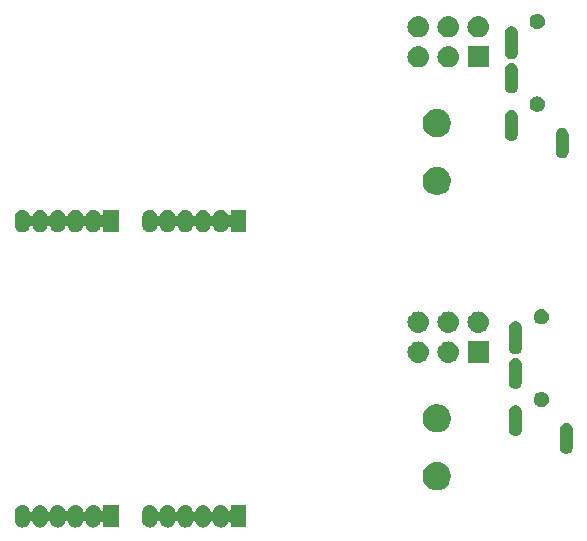
<source format=gbr>
G04 #@! TF.GenerationSoftware,KiCad,Pcbnew,(5.0.2)-1*
G04 #@! TF.CreationDate,2020-05-18T12:22:33+09:00*
G04 #@! TF.ProjectId,controller,636f6e74-726f-46c6-9c65-722e6b696361,rev?*
G04 #@! TF.SameCoordinates,Original*
G04 #@! TF.FileFunction,Soldermask,Top*
G04 #@! TF.FilePolarity,Negative*
%FSLAX46Y46*%
G04 Gerber Fmt 4.6, Leading zero omitted, Abs format (unit mm)*
G04 Created by KiCad (PCBNEW (5.0.2)-1) date 2020/05/18 12:22:33*
%MOMM*%
%LPD*%
G01*
G04 APERTURE LIST*
%ADD10C,0.100000*%
G04 APERTURE END LIST*
D10*
G36*
X69427618Y-92458420D02*
X69509427Y-92483237D01*
X69550333Y-92495645D01*
X69650491Y-92549181D01*
X69663426Y-92556095D01*
X69762553Y-92637447D01*
X69843905Y-92736574D01*
X69843906Y-92736576D01*
X69904355Y-92849667D01*
X69904382Y-92849757D01*
X69913760Y-92872396D01*
X69927374Y-92892771D01*
X69944701Y-92910098D01*
X69965075Y-92923712D01*
X69987714Y-92933089D01*
X70011748Y-92937870D01*
X70036252Y-92937870D01*
X70060285Y-92933090D01*
X70082924Y-92923712D01*
X70103299Y-92910098D01*
X70120626Y-92892771D01*
X70134240Y-92872397D01*
X70143617Y-92849758D01*
X70148398Y-92825724D01*
X70149000Y-92813472D01*
X70149000Y-92449000D01*
X71451000Y-92449000D01*
X71451000Y-94351000D01*
X70149000Y-94351000D01*
X70149000Y-93986528D01*
X70146598Y-93962142D01*
X70139485Y-93938693D01*
X70127934Y-93917082D01*
X70112388Y-93898140D01*
X70093446Y-93882594D01*
X70071835Y-93871043D01*
X70048386Y-93863930D01*
X70024000Y-93861528D01*
X69999614Y-93863930D01*
X69976165Y-93871043D01*
X69954554Y-93882594D01*
X69935612Y-93898140D01*
X69920066Y-93917082D01*
X69908515Y-93938693D01*
X69904382Y-93950243D01*
X69904355Y-93950333D01*
X69885008Y-93986528D01*
X69843905Y-94063426D01*
X69762553Y-94162553D01*
X69663425Y-94243905D01*
X69610782Y-94272043D01*
X69550332Y-94304355D01*
X69509426Y-94316763D01*
X69427617Y-94341580D01*
X69300000Y-94354149D01*
X69172382Y-94341580D01*
X69090573Y-94316763D01*
X69049667Y-94304355D01*
X68936576Y-94243906D01*
X68936574Y-94243905D01*
X68837447Y-94162553D01*
X68756095Y-94063425D01*
X68727957Y-94010782D01*
X68695645Y-93950332D01*
X68669618Y-93864531D01*
X68660240Y-93841892D01*
X68646626Y-93821517D01*
X68629299Y-93804190D01*
X68608925Y-93790576D01*
X68586286Y-93781199D01*
X68562252Y-93776418D01*
X68537748Y-93776418D01*
X68513715Y-93781198D01*
X68491076Y-93790576D01*
X68470701Y-93804190D01*
X68453374Y-93821517D01*
X68439760Y-93841891D01*
X68430384Y-93864526D01*
X68428407Y-93871043D01*
X68404355Y-93950333D01*
X68385008Y-93986528D01*
X68343905Y-94063426D01*
X68262553Y-94162553D01*
X68163425Y-94243905D01*
X68110782Y-94272043D01*
X68050332Y-94304355D01*
X68009426Y-94316763D01*
X67927617Y-94341580D01*
X67800000Y-94354149D01*
X67672382Y-94341580D01*
X67590573Y-94316763D01*
X67549667Y-94304355D01*
X67436576Y-94243906D01*
X67436574Y-94243905D01*
X67337447Y-94162553D01*
X67256095Y-94063425D01*
X67227957Y-94010782D01*
X67195645Y-93950332D01*
X67169618Y-93864531D01*
X67160240Y-93841892D01*
X67146626Y-93821517D01*
X67129299Y-93804190D01*
X67108925Y-93790576D01*
X67086286Y-93781199D01*
X67062252Y-93776418D01*
X67037748Y-93776418D01*
X67013715Y-93781198D01*
X66991076Y-93790576D01*
X66970701Y-93804190D01*
X66953374Y-93821517D01*
X66939760Y-93841891D01*
X66930384Y-93864526D01*
X66928407Y-93871043D01*
X66904355Y-93950333D01*
X66885008Y-93986528D01*
X66843905Y-94063426D01*
X66762553Y-94162553D01*
X66663425Y-94243905D01*
X66610782Y-94272043D01*
X66550332Y-94304355D01*
X66509426Y-94316763D01*
X66427617Y-94341580D01*
X66300000Y-94354149D01*
X66172382Y-94341580D01*
X66090573Y-94316763D01*
X66049667Y-94304355D01*
X65936576Y-94243906D01*
X65936574Y-94243905D01*
X65837447Y-94162553D01*
X65756095Y-94063425D01*
X65727957Y-94010782D01*
X65695645Y-93950332D01*
X65669618Y-93864531D01*
X65660240Y-93841892D01*
X65646626Y-93821517D01*
X65629299Y-93804190D01*
X65608925Y-93790576D01*
X65586286Y-93781199D01*
X65562252Y-93776418D01*
X65537748Y-93776418D01*
X65513715Y-93781198D01*
X65491076Y-93790576D01*
X65470701Y-93804190D01*
X65453374Y-93821517D01*
X65439760Y-93841891D01*
X65430384Y-93864526D01*
X65428407Y-93871043D01*
X65404355Y-93950333D01*
X65385008Y-93986528D01*
X65343905Y-94063426D01*
X65262553Y-94162553D01*
X65163425Y-94243905D01*
X65110782Y-94272043D01*
X65050332Y-94304355D01*
X65009426Y-94316763D01*
X64927617Y-94341580D01*
X64800000Y-94354149D01*
X64672382Y-94341580D01*
X64590573Y-94316763D01*
X64549667Y-94304355D01*
X64436576Y-94243906D01*
X64436574Y-94243905D01*
X64337447Y-94162553D01*
X64256095Y-94063425D01*
X64227957Y-94010782D01*
X64195645Y-93950332D01*
X64169618Y-93864531D01*
X64160240Y-93841892D01*
X64146626Y-93821517D01*
X64129299Y-93804190D01*
X64108925Y-93790576D01*
X64086286Y-93781199D01*
X64062252Y-93776418D01*
X64037748Y-93776418D01*
X64013715Y-93781198D01*
X63991076Y-93790576D01*
X63970701Y-93804190D01*
X63953374Y-93821517D01*
X63939760Y-93841891D01*
X63930384Y-93864526D01*
X63928407Y-93871043D01*
X63904355Y-93950333D01*
X63885008Y-93986528D01*
X63843905Y-94063426D01*
X63762553Y-94162553D01*
X63663425Y-94243905D01*
X63610782Y-94272043D01*
X63550332Y-94304355D01*
X63509426Y-94316763D01*
X63427617Y-94341580D01*
X63300000Y-94354149D01*
X63172382Y-94341580D01*
X63090573Y-94316763D01*
X63049667Y-94304355D01*
X62936576Y-94243906D01*
X62936574Y-94243905D01*
X62837447Y-94162553D01*
X62756095Y-94063425D01*
X62727957Y-94010782D01*
X62695645Y-93950332D01*
X62669618Y-93864531D01*
X62658420Y-93827617D01*
X62649000Y-93731972D01*
X62649000Y-93068027D01*
X62658420Y-92972382D01*
X62688750Y-92872397D01*
X62695645Y-92849667D01*
X62756095Y-92736576D01*
X62756096Y-92736574D01*
X62837448Y-92637447D01*
X62936575Y-92556095D01*
X62949510Y-92549181D01*
X63049668Y-92495645D01*
X63090574Y-92483237D01*
X63172383Y-92458420D01*
X63300000Y-92445851D01*
X63427618Y-92458420D01*
X63509427Y-92483237D01*
X63550333Y-92495645D01*
X63650491Y-92549181D01*
X63663426Y-92556095D01*
X63762553Y-92637447D01*
X63843905Y-92736574D01*
X63843906Y-92736576D01*
X63904355Y-92849667D01*
X63911250Y-92872397D01*
X63930384Y-92935474D01*
X63939760Y-92958108D01*
X63953373Y-92978483D01*
X63970700Y-92995810D01*
X63991075Y-93009424D01*
X64013714Y-93018801D01*
X64037747Y-93023582D01*
X64062252Y-93023582D01*
X64086285Y-93018802D01*
X64108924Y-93009424D01*
X64129299Y-92995811D01*
X64146626Y-92978484D01*
X64160240Y-92958109D01*
X64169616Y-92935474D01*
X64188750Y-92872397D01*
X64195645Y-92849667D01*
X64256095Y-92736576D01*
X64256096Y-92736574D01*
X64337448Y-92637447D01*
X64436575Y-92556095D01*
X64449510Y-92549181D01*
X64549668Y-92495645D01*
X64590574Y-92483237D01*
X64672383Y-92458420D01*
X64800000Y-92445851D01*
X64927618Y-92458420D01*
X65009427Y-92483237D01*
X65050333Y-92495645D01*
X65150491Y-92549181D01*
X65163426Y-92556095D01*
X65262553Y-92637447D01*
X65343905Y-92736574D01*
X65343906Y-92736576D01*
X65404355Y-92849667D01*
X65411250Y-92872397D01*
X65430384Y-92935474D01*
X65439760Y-92958108D01*
X65453373Y-92978483D01*
X65470700Y-92995810D01*
X65491075Y-93009424D01*
X65513714Y-93018801D01*
X65537747Y-93023582D01*
X65562252Y-93023582D01*
X65586285Y-93018802D01*
X65608924Y-93009424D01*
X65629299Y-92995811D01*
X65646626Y-92978484D01*
X65660240Y-92958109D01*
X65669616Y-92935474D01*
X65688750Y-92872397D01*
X65695645Y-92849667D01*
X65756095Y-92736576D01*
X65756096Y-92736574D01*
X65837448Y-92637447D01*
X65936575Y-92556095D01*
X65949510Y-92549181D01*
X66049668Y-92495645D01*
X66090574Y-92483237D01*
X66172383Y-92458420D01*
X66300000Y-92445851D01*
X66427618Y-92458420D01*
X66509427Y-92483237D01*
X66550333Y-92495645D01*
X66650491Y-92549181D01*
X66663426Y-92556095D01*
X66762553Y-92637447D01*
X66843905Y-92736574D01*
X66843906Y-92736576D01*
X66904355Y-92849667D01*
X66911250Y-92872397D01*
X66930384Y-92935474D01*
X66939760Y-92958108D01*
X66953373Y-92978483D01*
X66970700Y-92995810D01*
X66991075Y-93009424D01*
X67013714Y-93018801D01*
X67037747Y-93023582D01*
X67062252Y-93023582D01*
X67086285Y-93018802D01*
X67108924Y-93009424D01*
X67129299Y-92995811D01*
X67146626Y-92978484D01*
X67160240Y-92958109D01*
X67169616Y-92935474D01*
X67188750Y-92872397D01*
X67195645Y-92849667D01*
X67256095Y-92736576D01*
X67256096Y-92736574D01*
X67337448Y-92637447D01*
X67436575Y-92556095D01*
X67449510Y-92549181D01*
X67549668Y-92495645D01*
X67590574Y-92483237D01*
X67672383Y-92458420D01*
X67800000Y-92445851D01*
X67927618Y-92458420D01*
X68009427Y-92483237D01*
X68050333Y-92495645D01*
X68150491Y-92549181D01*
X68163426Y-92556095D01*
X68262553Y-92637447D01*
X68343905Y-92736574D01*
X68343906Y-92736576D01*
X68404355Y-92849667D01*
X68411250Y-92872397D01*
X68430384Y-92935474D01*
X68439760Y-92958108D01*
X68453373Y-92978483D01*
X68470700Y-92995810D01*
X68491075Y-93009424D01*
X68513714Y-93018801D01*
X68537747Y-93023582D01*
X68562252Y-93023582D01*
X68586285Y-93018802D01*
X68608924Y-93009424D01*
X68629299Y-92995811D01*
X68646626Y-92978484D01*
X68660240Y-92958109D01*
X68669616Y-92935474D01*
X68688750Y-92872397D01*
X68695645Y-92849667D01*
X68756095Y-92736576D01*
X68756096Y-92736574D01*
X68837448Y-92637447D01*
X68936575Y-92556095D01*
X68949510Y-92549181D01*
X69049668Y-92495645D01*
X69090574Y-92483237D01*
X69172383Y-92458420D01*
X69300000Y-92445851D01*
X69427618Y-92458420D01*
X69427618Y-92458420D01*
G37*
G36*
X58627618Y-92458420D02*
X58709427Y-92483237D01*
X58750333Y-92495645D01*
X58850491Y-92549181D01*
X58863426Y-92556095D01*
X58962553Y-92637447D01*
X59043905Y-92736574D01*
X59043906Y-92736576D01*
X59104355Y-92849667D01*
X59104382Y-92849757D01*
X59113760Y-92872396D01*
X59127374Y-92892771D01*
X59144701Y-92910098D01*
X59165075Y-92923712D01*
X59187714Y-92933089D01*
X59211748Y-92937870D01*
X59236252Y-92937870D01*
X59260285Y-92933090D01*
X59282924Y-92923712D01*
X59303299Y-92910098D01*
X59320626Y-92892771D01*
X59334240Y-92872397D01*
X59343617Y-92849758D01*
X59348398Y-92825724D01*
X59349000Y-92813472D01*
X59349000Y-92449000D01*
X60651000Y-92449000D01*
X60651000Y-94351000D01*
X59349000Y-94351000D01*
X59349000Y-93986528D01*
X59346598Y-93962142D01*
X59339485Y-93938693D01*
X59327934Y-93917082D01*
X59312388Y-93898140D01*
X59293446Y-93882594D01*
X59271835Y-93871043D01*
X59248386Y-93863930D01*
X59224000Y-93861528D01*
X59199614Y-93863930D01*
X59176165Y-93871043D01*
X59154554Y-93882594D01*
X59135612Y-93898140D01*
X59120066Y-93917082D01*
X59108515Y-93938693D01*
X59104382Y-93950243D01*
X59104355Y-93950333D01*
X59085008Y-93986528D01*
X59043905Y-94063426D01*
X58962553Y-94162553D01*
X58863425Y-94243905D01*
X58810782Y-94272043D01*
X58750332Y-94304355D01*
X58709426Y-94316763D01*
X58627617Y-94341580D01*
X58500000Y-94354149D01*
X58372382Y-94341580D01*
X58290573Y-94316763D01*
X58249667Y-94304355D01*
X58136576Y-94243906D01*
X58136574Y-94243905D01*
X58037447Y-94162553D01*
X57956095Y-94063425D01*
X57927957Y-94010782D01*
X57895645Y-93950332D01*
X57869618Y-93864531D01*
X57860240Y-93841892D01*
X57846626Y-93821517D01*
X57829299Y-93804190D01*
X57808925Y-93790576D01*
X57786286Y-93781199D01*
X57762252Y-93776418D01*
X57737748Y-93776418D01*
X57713715Y-93781198D01*
X57691076Y-93790576D01*
X57670701Y-93804190D01*
X57653374Y-93821517D01*
X57639760Y-93841891D01*
X57630384Y-93864526D01*
X57628407Y-93871043D01*
X57604355Y-93950333D01*
X57585008Y-93986528D01*
X57543905Y-94063426D01*
X57462553Y-94162553D01*
X57363425Y-94243905D01*
X57310782Y-94272043D01*
X57250332Y-94304355D01*
X57209426Y-94316763D01*
X57127617Y-94341580D01*
X57000000Y-94354149D01*
X56872382Y-94341580D01*
X56790573Y-94316763D01*
X56749667Y-94304355D01*
X56636576Y-94243906D01*
X56636574Y-94243905D01*
X56537447Y-94162553D01*
X56456095Y-94063425D01*
X56427957Y-94010782D01*
X56395645Y-93950332D01*
X56369618Y-93864531D01*
X56360240Y-93841892D01*
X56346626Y-93821517D01*
X56329299Y-93804190D01*
X56308925Y-93790576D01*
X56286286Y-93781199D01*
X56262252Y-93776418D01*
X56237748Y-93776418D01*
X56213715Y-93781198D01*
X56191076Y-93790576D01*
X56170701Y-93804190D01*
X56153374Y-93821517D01*
X56139760Y-93841891D01*
X56130384Y-93864526D01*
X56128407Y-93871043D01*
X56104355Y-93950333D01*
X56085008Y-93986528D01*
X56043905Y-94063426D01*
X55962553Y-94162553D01*
X55863425Y-94243905D01*
X55810782Y-94272043D01*
X55750332Y-94304355D01*
X55709426Y-94316763D01*
X55627617Y-94341580D01*
X55500000Y-94354149D01*
X55372382Y-94341580D01*
X55290573Y-94316763D01*
X55249667Y-94304355D01*
X55136576Y-94243906D01*
X55136574Y-94243905D01*
X55037447Y-94162553D01*
X54956095Y-94063425D01*
X54927957Y-94010782D01*
X54895645Y-93950332D01*
X54869618Y-93864531D01*
X54860240Y-93841892D01*
X54846626Y-93821517D01*
X54829299Y-93804190D01*
X54808925Y-93790576D01*
X54786286Y-93781199D01*
X54762252Y-93776418D01*
X54737748Y-93776418D01*
X54713715Y-93781198D01*
X54691076Y-93790576D01*
X54670701Y-93804190D01*
X54653374Y-93821517D01*
X54639760Y-93841891D01*
X54630384Y-93864526D01*
X54628407Y-93871043D01*
X54604355Y-93950333D01*
X54585008Y-93986528D01*
X54543905Y-94063426D01*
X54462553Y-94162553D01*
X54363425Y-94243905D01*
X54310782Y-94272043D01*
X54250332Y-94304355D01*
X54209426Y-94316763D01*
X54127617Y-94341580D01*
X54000000Y-94354149D01*
X53872382Y-94341580D01*
X53790573Y-94316763D01*
X53749667Y-94304355D01*
X53636576Y-94243906D01*
X53636574Y-94243905D01*
X53537447Y-94162553D01*
X53456095Y-94063425D01*
X53427957Y-94010782D01*
X53395645Y-93950332D01*
X53369618Y-93864531D01*
X53360240Y-93841892D01*
X53346626Y-93821517D01*
X53329299Y-93804190D01*
X53308925Y-93790576D01*
X53286286Y-93781199D01*
X53262252Y-93776418D01*
X53237748Y-93776418D01*
X53213715Y-93781198D01*
X53191076Y-93790576D01*
X53170701Y-93804190D01*
X53153374Y-93821517D01*
X53139760Y-93841891D01*
X53130384Y-93864526D01*
X53128407Y-93871043D01*
X53104355Y-93950333D01*
X53085008Y-93986528D01*
X53043905Y-94063426D01*
X52962553Y-94162553D01*
X52863425Y-94243905D01*
X52810782Y-94272043D01*
X52750332Y-94304355D01*
X52709426Y-94316763D01*
X52627617Y-94341580D01*
X52500000Y-94354149D01*
X52372382Y-94341580D01*
X52290573Y-94316763D01*
X52249667Y-94304355D01*
X52136576Y-94243906D01*
X52136574Y-94243905D01*
X52037447Y-94162553D01*
X51956095Y-94063425D01*
X51927957Y-94010782D01*
X51895645Y-93950332D01*
X51869618Y-93864531D01*
X51858420Y-93827617D01*
X51849000Y-93731972D01*
X51849000Y-93068027D01*
X51858420Y-92972382D01*
X51888750Y-92872397D01*
X51895645Y-92849667D01*
X51956095Y-92736576D01*
X51956096Y-92736574D01*
X52037448Y-92637447D01*
X52136575Y-92556095D01*
X52149510Y-92549181D01*
X52249668Y-92495645D01*
X52290574Y-92483237D01*
X52372383Y-92458420D01*
X52500000Y-92445851D01*
X52627618Y-92458420D01*
X52709427Y-92483237D01*
X52750333Y-92495645D01*
X52850491Y-92549181D01*
X52863426Y-92556095D01*
X52962553Y-92637447D01*
X53043905Y-92736574D01*
X53043906Y-92736576D01*
X53104355Y-92849667D01*
X53111250Y-92872397D01*
X53130384Y-92935474D01*
X53139760Y-92958108D01*
X53153373Y-92978483D01*
X53170700Y-92995810D01*
X53191075Y-93009424D01*
X53213714Y-93018801D01*
X53237747Y-93023582D01*
X53262252Y-93023582D01*
X53286285Y-93018802D01*
X53308924Y-93009424D01*
X53329299Y-92995811D01*
X53346626Y-92978484D01*
X53360240Y-92958109D01*
X53369616Y-92935474D01*
X53388750Y-92872397D01*
X53395645Y-92849667D01*
X53456095Y-92736576D01*
X53456096Y-92736574D01*
X53537448Y-92637447D01*
X53636575Y-92556095D01*
X53649510Y-92549181D01*
X53749668Y-92495645D01*
X53790574Y-92483237D01*
X53872383Y-92458420D01*
X54000000Y-92445851D01*
X54127618Y-92458420D01*
X54209427Y-92483237D01*
X54250333Y-92495645D01*
X54350491Y-92549181D01*
X54363426Y-92556095D01*
X54462553Y-92637447D01*
X54543905Y-92736574D01*
X54543906Y-92736576D01*
X54604355Y-92849667D01*
X54611250Y-92872397D01*
X54630384Y-92935474D01*
X54639760Y-92958108D01*
X54653373Y-92978483D01*
X54670700Y-92995810D01*
X54691075Y-93009424D01*
X54713714Y-93018801D01*
X54737747Y-93023582D01*
X54762252Y-93023582D01*
X54786285Y-93018802D01*
X54808924Y-93009424D01*
X54829299Y-92995811D01*
X54846626Y-92978484D01*
X54860240Y-92958109D01*
X54869616Y-92935474D01*
X54888750Y-92872397D01*
X54895645Y-92849667D01*
X54956095Y-92736576D01*
X54956096Y-92736574D01*
X55037448Y-92637447D01*
X55136575Y-92556095D01*
X55149510Y-92549181D01*
X55249668Y-92495645D01*
X55290574Y-92483237D01*
X55372383Y-92458420D01*
X55500000Y-92445851D01*
X55627618Y-92458420D01*
X55709427Y-92483237D01*
X55750333Y-92495645D01*
X55850491Y-92549181D01*
X55863426Y-92556095D01*
X55962553Y-92637447D01*
X56043905Y-92736574D01*
X56043906Y-92736576D01*
X56104355Y-92849667D01*
X56111250Y-92872397D01*
X56130384Y-92935474D01*
X56139760Y-92958108D01*
X56153373Y-92978483D01*
X56170700Y-92995810D01*
X56191075Y-93009424D01*
X56213714Y-93018801D01*
X56237747Y-93023582D01*
X56262252Y-93023582D01*
X56286285Y-93018802D01*
X56308924Y-93009424D01*
X56329299Y-92995811D01*
X56346626Y-92978484D01*
X56360240Y-92958109D01*
X56369616Y-92935474D01*
X56388750Y-92872397D01*
X56395645Y-92849667D01*
X56456095Y-92736576D01*
X56456096Y-92736574D01*
X56537448Y-92637447D01*
X56636575Y-92556095D01*
X56649510Y-92549181D01*
X56749668Y-92495645D01*
X56790574Y-92483237D01*
X56872383Y-92458420D01*
X57000000Y-92445851D01*
X57127618Y-92458420D01*
X57209427Y-92483237D01*
X57250333Y-92495645D01*
X57350491Y-92549181D01*
X57363426Y-92556095D01*
X57462553Y-92637447D01*
X57543905Y-92736574D01*
X57543906Y-92736576D01*
X57604355Y-92849667D01*
X57611250Y-92872397D01*
X57630384Y-92935474D01*
X57639760Y-92958108D01*
X57653373Y-92978483D01*
X57670700Y-92995810D01*
X57691075Y-93009424D01*
X57713714Y-93018801D01*
X57737747Y-93023582D01*
X57762252Y-93023582D01*
X57786285Y-93018802D01*
X57808924Y-93009424D01*
X57829299Y-92995811D01*
X57846626Y-92978484D01*
X57860240Y-92958109D01*
X57869616Y-92935474D01*
X57888750Y-92872397D01*
X57895645Y-92849667D01*
X57956095Y-92736576D01*
X57956096Y-92736574D01*
X58037448Y-92637447D01*
X58136575Y-92556095D01*
X58149510Y-92549181D01*
X58249668Y-92495645D01*
X58290574Y-92483237D01*
X58372383Y-92458420D01*
X58500000Y-92445851D01*
X58627618Y-92458420D01*
X58627618Y-92458420D01*
G37*
G36*
X87950316Y-88845153D02*
X87950318Y-88845154D01*
X87950319Y-88845154D01*
X88031056Y-88878597D01*
X88168888Y-88935688D01*
X88267576Y-89001629D01*
X88365593Y-89067122D01*
X88532878Y-89234407D01*
X88598371Y-89332424D01*
X88664312Y-89431112D01*
X88754847Y-89649684D01*
X88801000Y-89881710D01*
X88801000Y-90118290D01*
X88754847Y-90350316D01*
X88664312Y-90568888D01*
X88598371Y-90667576D01*
X88532878Y-90765593D01*
X88365593Y-90932878D01*
X88267576Y-90998371D01*
X88168888Y-91064312D01*
X88031056Y-91121403D01*
X87950319Y-91154846D01*
X87950318Y-91154846D01*
X87950316Y-91154847D01*
X87718290Y-91201000D01*
X87481710Y-91201000D01*
X87249684Y-91154847D01*
X87249682Y-91154846D01*
X87249681Y-91154846D01*
X87168944Y-91121403D01*
X87031112Y-91064312D01*
X86932424Y-90998371D01*
X86834407Y-90932878D01*
X86667122Y-90765593D01*
X86601629Y-90667576D01*
X86535688Y-90568888D01*
X86445153Y-90350316D01*
X86399000Y-90118290D01*
X86399000Y-89881710D01*
X86445153Y-89649684D01*
X86535688Y-89431112D01*
X86601629Y-89332424D01*
X86667122Y-89234407D01*
X86834407Y-89067122D01*
X86932424Y-89001629D01*
X87031112Y-88935688D01*
X87168944Y-88878597D01*
X87249681Y-88845154D01*
X87249682Y-88845154D01*
X87249684Y-88845153D01*
X87481710Y-88799000D01*
X87718290Y-88799000D01*
X87950316Y-88845153D01*
X87950316Y-88845153D01*
G37*
G36*
X98658015Y-85506973D02*
X98761879Y-85538479D01*
X98857600Y-85589644D01*
X98941501Y-85658499D01*
X99010356Y-85742400D01*
X99061521Y-85838121D01*
X99093027Y-85941985D01*
X99101000Y-86022933D01*
X99101000Y-87577067D01*
X99093027Y-87658015D01*
X99061521Y-87761879D01*
X99010356Y-87857600D01*
X98941501Y-87941501D01*
X98857600Y-88010356D01*
X98761878Y-88061521D01*
X98658014Y-88093027D01*
X98550000Y-88103666D01*
X98441985Y-88093027D01*
X98338121Y-88061521D01*
X98242400Y-88010356D01*
X98158499Y-87941501D01*
X98089644Y-87857600D01*
X98038479Y-87761878D01*
X98006973Y-87658014D01*
X97999000Y-87577066D01*
X97999001Y-86022933D01*
X98006974Y-85941985D01*
X98038480Y-85838121D01*
X98089645Y-85742400D01*
X98158500Y-85658499D01*
X98242401Y-85589644D01*
X98338122Y-85538479D01*
X98441986Y-85506973D01*
X98550000Y-85496334D01*
X98658015Y-85506973D01*
X98658015Y-85506973D01*
G37*
G36*
X94358015Y-84006973D02*
X94461879Y-84038479D01*
X94557600Y-84089644D01*
X94641501Y-84158499D01*
X94710356Y-84242400D01*
X94761521Y-84338121D01*
X94793027Y-84441985D01*
X94801000Y-84522933D01*
X94801000Y-86077067D01*
X94793027Y-86158015D01*
X94761521Y-86261879D01*
X94710356Y-86357600D01*
X94641501Y-86441501D01*
X94557600Y-86510356D01*
X94461878Y-86561521D01*
X94358014Y-86593027D01*
X94250000Y-86603666D01*
X94141985Y-86593027D01*
X94038121Y-86561521D01*
X93942400Y-86510356D01*
X93858499Y-86441501D01*
X93789644Y-86357600D01*
X93738479Y-86261878D01*
X93706973Y-86158014D01*
X93699000Y-86077066D01*
X93699001Y-84522933D01*
X93706974Y-84441985D01*
X93738480Y-84338121D01*
X93789645Y-84242400D01*
X93858500Y-84158499D01*
X93942401Y-84089644D01*
X94038122Y-84038479D01*
X94141986Y-84006973D01*
X94250000Y-83996334D01*
X94358015Y-84006973D01*
X94358015Y-84006973D01*
G37*
G36*
X87950316Y-83945153D02*
X87950318Y-83945154D01*
X87950319Y-83945154D01*
X88031056Y-83978597D01*
X88168888Y-84035688D01*
X88249640Y-84089645D01*
X88365593Y-84167122D01*
X88532878Y-84334407D01*
X88598371Y-84432424D01*
X88664312Y-84531112D01*
X88664312Y-84531113D01*
X88754846Y-84749681D01*
X88801000Y-84981712D01*
X88801000Y-85218288D01*
X88754846Y-85450319D01*
X88731379Y-85506973D01*
X88664312Y-85668888D01*
X88598371Y-85767576D01*
X88532878Y-85865593D01*
X88365593Y-86032878D01*
X88299459Y-86077067D01*
X88168888Y-86164312D01*
X88031056Y-86221403D01*
X87950319Y-86254846D01*
X87950318Y-86254846D01*
X87950316Y-86254847D01*
X87718290Y-86301000D01*
X87481710Y-86301000D01*
X87249684Y-86254847D01*
X87249682Y-86254846D01*
X87249681Y-86254846D01*
X87168944Y-86221403D01*
X87031112Y-86164312D01*
X86900541Y-86077067D01*
X86834407Y-86032878D01*
X86667122Y-85865593D01*
X86601629Y-85767576D01*
X86535688Y-85668888D01*
X86468621Y-85506973D01*
X86445154Y-85450319D01*
X86399000Y-85218288D01*
X86399000Y-84981712D01*
X86445154Y-84749681D01*
X86535688Y-84531113D01*
X86535688Y-84531112D01*
X86601629Y-84432424D01*
X86667122Y-84334407D01*
X86834407Y-84167122D01*
X86950360Y-84089645D01*
X87031112Y-84035688D01*
X87168944Y-83978597D01*
X87249681Y-83945154D01*
X87249682Y-83945154D01*
X87249684Y-83945153D01*
X87481710Y-83899000D01*
X87718290Y-83899000D01*
X87950316Y-83945153D01*
X87950316Y-83945153D01*
G37*
G36*
X96639890Y-82874017D02*
X96758361Y-82923089D01*
X96864992Y-82994338D01*
X96955662Y-83085008D01*
X97026911Y-83191639D01*
X97075983Y-83310110D01*
X97101000Y-83435881D01*
X97101000Y-83564119D01*
X97075983Y-83689890D01*
X97026911Y-83808361D01*
X96955662Y-83914992D01*
X96864992Y-84005662D01*
X96758361Y-84076911D01*
X96639890Y-84125983D01*
X96514119Y-84151000D01*
X96385881Y-84151000D01*
X96260110Y-84125983D01*
X96141639Y-84076911D01*
X96035008Y-84005662D01*
X95944338Y-83914992D01*
X95873089Y-83808361D01*
X95824017Y-83689890D01*
X95799000Y-83564119D01*
X95799000Y-83435881D01*
X95824017Y-83310110D01*
X95873089Y-83191639D01*
X95944338Y-83085008D01*
X96035008Y-82994338D01*
X96141639Y-82923089D01*
X96260110Y-82874017D01*
X96385881Y-82849000D01*
X96514119Y-82849000D01*
X96639890Y-82874017D01*
X96639890Y-82874017D01*
G37*
G36*
X94358015Y-80006973D02*
X94461879Y-80038479D01*
X94557600Y-80089644D01*
X94641501Y-80158499D01*
X94710356Y-80242400D01*
X94761521Y-80338121D01*
X94793027Y-80441985D01*
X94801000Y-80522933D01*
X94801000Y-82077067D01*
X94793027Y-82158015D01*
X94761521Y-82261879D01*
X94710356Y-82357600D01*
X94641501Y-82441501D01*
X94557600Y-82510356D01*
X94461878Y-82561521D01*
X94358014Y-82593027D01*
X94250000Y-82603666D01*
X94141985Y-82593027D01*
X94038121Y-82561521D01*
X93942400Y-82510356D01*
X93858499Y-82441501D01*
X93789644Y-82357600D01*
X93738479Y-82261878D01*
X93706973Y-82158014D01*
X93699000Y-82077066D01*
X93699001Y-80522933D01*
X93706974Y-80441985D01*
X93738480Y-80338121D01*
X93789645Y-80242400D01*
X93858500Y-80158499D01*
X93942401Y-80089644D01*
X94038122Y-80038479D01*
X94141986Y-80006973D01*
X94250000Y-79996334D01*
X94358015Y-80006973D01*
X94358015Y-80006973D01*
G37*
G36*
X92001000Y-80401000D02*
X90199000Y-80401000D01*
X90199000Y-78599000D01*
X92001000Y-78599000D01*
X92001000Y-80401000D01*
X92001000Y-80401000D01*
G37*
G36*
X88670443Y-78605519D02*
X88736627Y-78612037D01*
X88849853Y-78646384D01*
X88906467Y-78663557D01*
X89045087Y-78737652D01*
X89062991Y-78747222D01*
X89098729Y-78776552D01*
X89200186Y-78859814D01*
X89283448Y-78961271D01*
X89312778Y-78997009D01*
X89312779Y-78997011D01*
X89396443Y-79153533D01*
X89403582Y-79177067D01*
X89447963Y-79323373D01*
X89465359Y-79500000D01*
X89447963Y-79676627D01*
X89413616Y-79789853D01*
X89396443Y-79846467D01*
X89322348Y-79985087D01*
X89312778Y-80002991D01*
X89283654Y-80038479D01*
X89200186Y-80140186D01*
X89098729Y-80223448D01*
X89062991Y-80252778D01*
X89062989Y-80252779D01*
X88906467Y-80336443D01*
X88849853Y-80353616D01*
X88736627Y-80387963D01*
X88670442Y-80394482D01*
X88604260Y-80401000D01*
X88515740Y-80401000D01*
X88449558Y-80394482D01*
X88383373Y-80387963D01*
X88270147Y-80353616D01*
X88213533Y-80336443D01*
X88057011Y-80252779D01*
X88057009Y-80252778D01*
X88021271Y-80223448D01*
X87919814Y-80140186D01*
X87836346Y-80038479D01*
X87807222Y-80002991D01*
X87797652Y-79985087D01*
X87723557Y-79846467D01*
X87706384Y-79789853D01*
X87672037Y-79676627D01*
X87654641Y-79500000D01*
X87672037Y-79323373D01*
X87716418Y-79177067D01*
X87723557Y-79153533D01*
X87807221Y-78997011D01*
X87807222Y-78997009D01*
X87836552Y-78961271D01*
X87919814Y-78859814D01*
X88021271Y-78776552D01*
X88057009Y-78747222D01*
X88074913Y-78737652D01*
X88213533Y-78663557D01*
X88270147Y-78646384D01*
X88383373Y-78612037D01*
X88449557Y-78605519D01*
X88515740Y-78599000D01*
X88604260Y-78599000D01*
X88670443Y-78605519D01*
X88670443Y-78605519D01*
G37*
G36*
X86130443Y-78605519D02*
X86196627Y-78612037D01*
X86309853Y-78646384D01*
X86366467Y-78663557D01*
X86505087Y-78737652D01*
X86522991Y-78747222D01*
X86558729Y-78776552D01*
X86660186Y-78859814D01*
X86743448Y-78961271D01*
X86772778Y-78997009D01*
X86772779Y-78997011D01*
X86856443Y-79153533D01*
X86863582Y-79177067D01*
X86907963Y-79323373D01*
X86925359Y-79500000D01*
X86907963Y-79676627D01*
X86873616Y-79789853D01*
X86856443Y-79846467D01*
X86782348Y-79985087D01*
X86772778Y-80002991D01*
X86743654Y-80038479D01*
X86660186Y-80140186D01*
X86558729Y-80223448D01*
X86522991Y-80252778D01*
X86522989Y-80252779D01*
X86366467Y-80336443D01*
X86309853Y-80353616D01*
X86196627Y-80387963D01*
X86130442Y-80394482D01*
X86064260Y-80401000D01*
X85975740Y-80401000D01*
X85909558Y-80394482D01*
X85843373Y-80387963D01*
X85730147Y-80353616D01*
X85673533Y-80336443D01*
X85517011Y-80252779D01*
X85517009Y-80252778D01*
X85481271Y-80223448D01*
X85379814Y-80140186D01*
X85296346Y-80038479D01*
X85267222Y-80002991D01*
X85257652Y-79985087D01*
X85183557Y-79846467D01*
X85166384Y-79789853D01*
X85132037Y-79676627D01*
X85114641Y-79500000D01*
X85132037Y-79323373D01*
X85176418Y-79177067D01*
X85183557Y-79153533D01*
X85267221Y-78997011D01*
X85267222Y-78997009D01*
X85296552Y-78961271D01*
X85379814Y-78859814D01*
X85481271Y-78776552D01*
X85517009Y-78747222D01*
X85534913Y-78737652D01*
X85673533Y-78663557D01*
X85730147Y-78646384D01*
X85843373Y-78612037D01*
X85909557Y-78605519D01*
X85975740Y-78599000D01*
X86064260Y-78599000D01*
X86130443Y-78605519D01*
X86130443Y-78605519D01*
G37*
G36*
X94358015Y-76906973D02*
X94461879Y-76938479D01*
X94557600Y-76989644D01*
X94641501Y-77058499D01*
X94710356Y-77142400D01*
X94761521Y-77238121D01*
X94793027Y-77341985D01*
X94801000Y-77422933D01*
X94801000Y-79177067D01*
X94793027Y-79258015D01*
X94761521Y-79361879D01*
X94710356Y-79457600D01*
X94641501Y-79541501D01*
X94557600Y-79610356D01*
X94461878Y-79661521D01*
X94358014Y-79693027D01*
X94250000Y-79703666D01*
X94141985Y-79693027D01*
X94038121Y-79661521D01*
X93942400Y-79610356D01*
X93858499Y-79541501D01*
X93789644Y-79457600D01*
X93738479Y-79361878D01*
X93706973Y-79258014D01*
X93699000Y-79177066D01*
X93699001Y-77422933D01*
X93706974Y-77341985D01*
X93738480Y-77238121D01*
X93789645Y-77142400D01*
X93858500Y-77058499D01*
X93942401Y-76989644D01*
X94038122Y-76938479D01*
X94141986Y-76906973D01*
X94250000Y-76896334D01*
X94358015Y-76906973D01*
X94358015Y-76906973D01*
G37*
G36*
X88670443Y-76065519D02*
X88736627Y-76072037D01*
X88849853Y-76106384D01*
X88906467Y-76123557D01*
X89045087Y-76197652D01*
X89062991Y-76207222D01*
X89098729Y-76236552D01*
X89200186Y-76319814D01*
X89283448Y-76421271D01*
X89312778Y-76457009D01*
X89312779Y-76457011D01*
X89396443Y-76613533D01*
X89396443Y-76613534D01*
X89447963Y-76783373D01*
X89465359Y-76960000D01*
X89447963Y-77136627D01*
X89417175Y-77238121D01*
X89396443Y-77306467D01*
X89334190Y-77422933D01*
X89312778Y-77462991D01*
X89283448Y-77498729D01*
X89200186Y-77600186D01*
X89098729Y-77683448D01*
X89062991Y-77712778D01*
X89062989Y-77712779D01*
X88906467Y-77796443D01*
X88849853Y-77813616D01*
X88736627Y-77847963D01*
X88670443Y-77854481D01*
X88604260Y-77861000D01*
X88515740Y-77861000D01*
X88449557Y-77854481D01*
X88383373Y-77847963D01*
X88270147Y-77813616D01*
X88213533Y-77796443D01*
X88057011Y-77712779D01*
X88057009Y-77712778D01*
X88021271Y-77683448D01*
X87919814Y-77600186D01*
X87836552Y-77498729D01*
X87807222Y-77462991D01*
X87785810Y-77422933D01*
X87723557Y-77306467D01*
X87702825Y-77238121D01*
X87672037Y-77136627D01*
X87654641Y-76960000D01*
X87672037Y-76783373D01*
X87723557Y-76613534D01*
X87723557Y-76613533D01*
X87807221Y-76457011D01*
X87807222Y-76457009D01*
X87836552Y-76421271D01*
X87919814Y-76319814D01*
X88021271Y-76236552D01*
X88057009Y-76207222D01*
X88074913Y-76197652D01*
X88213533Y-76123557D01*
X88270147Y-76106384D01*
X88383373Y-76072037D01*
X88449557Y-76065519D01*
X88515740Y-76059000D01*
X88604260Y-76059000D01*
X88670443Y-76065519D01*
X88670443Y-76065519D01*
G37*
G36*
X86130443Y-76065519D02*
X86196627Y-76072037D01*
X86309853Y-76106384D01*
X86366467Y-76123557D01*
X86505087Y-76197652D01*
X86522991Y-76207222D01*
X86558729Y-76236552D01*
X86660186Y-76319814D01*
X86743448Y-76421271D01*
X86772778Y-76457009D01*
X86772779Y-76457011D01*
X86856443Y-76613533D01*
X86856443Y-76613534D01*
X86907963Y-76783373D01*
X86925359Y-76960000D01*
X86907963Y-77136627D01*
X86877175Y-77238121D01*
X86856443Y-77306467D01*
X86794190Y-77422933D01*
X86772778Y-77462991D01*
X86743448Y-77498729D01*
X86660186Y-77600186D01*
X86558729Y-77683448D01*
X86522991Y-77712778D01*
X86522989Y-77712779D01*
X86366467Y-77796443D01*
X86309853Y-77813616D01*
X86196627Y-77847963D01*
X86130443Y-77854481D01*
X86064260Y-77861000D01*
X85975740Y-77861000D01*
X85909557Y-77854481D01*
X85843373Y-77847963D01*
X85730147Y-77813616D01*
X85673533Y-77796443D01*
X85517011Y-77712779D01*
X85517009Y-77712778D01*
X85481271Y-77683448D01*
X85379814Y-77600186D01*
X85296552Y-77498729D01*
X85267222Y-77462991D01*
X85245810Y-77422933D01*
X85183557Y-77306467D01*
X85162825Y-77238121D01*
X85132037Y-77136627D01*
X85114641Y-76960000D01*
X85132037Y-76783373D01*
X85183557Y-76613534D01*
X85183557Y-76613533D01*
X85267221Y-76457011D01*
X85267222Y-76457009D01*
X85296552Y-76421271D01*
X85379814Y-76319814D01*
X85481271Y-76236552D01*
X85517009Y-76207222D01*
X85534913Y-76197652D01*
X85673533Y-76123557D01*
X85730147Y-76106384D01*
X85843373Y-76072037D01*
X85909557Y-76065519D01*
X85975740Y-76059000D01*
X86064260Y-76059000D01*
X86130443Y-76065519D01*
X86130443Y-76065519D01*
G37*
G36*
X91210443Y-76065519D02*
X91276627Y-76072037D01*
X91389853Y-76106384D01*
X91446467Y-76123557D01*
X91585087Y-76197652D01*
X91602991Y-76207222D01*
X91638729Y-76236552D01*
X91740186Y-76319814D01*
X91823448Y-76421271D01*
X91852778Y-76457009D01*
X91852779Y-76457011D01*
X91936443Y-76613533D01*
X91936443Y-76613534D01*
X91987963Y-76783373D01*
X92005359Y-76960000D01*
X91987963Y-77136627D01*
X91957175Y-77238121D01*
X91936443Y-77306467D01*
X91874190Y-77422933D01*
X91852778Y-77462991D01*
X91823448Y-77498729D01*
X91740186Y-77600186D01*
X91638729Y-77683448D01*
X91602991Y-77712778D01*
X91602989Y-77712779D01*
X91446467Y-77796443D01*
X91389853Y-77813616D01*
X91276627Y-77847963D01*
X91210443Y-77854481D01*
X91144260Y-77861000D01*
X91055740Y-77861000D01*
X90989557Y-77854481D01*
X90923373Y-77847963D01*
X90810147Y-77813616D01*
X90753533Y-77796443D01*
X90597011Y-77712779D01*
X90597009Y-77712778D01*
X90561271Y-77683448D01*
X90459814Y-77600186D01*
X90376552Y-77498729D01*
X90347222Y-77462991D01*
X90325810Y-77422933D01*
X90263557Y-77306467D01*
X90242825Y-77238121D01*
X90212037Y-77136627D01*
X90194641Y-76960000D01*
X90212037Y-76783373D01*
X90263557Y-76613534D01*
X90263557Y-76613533D01*
X90347221Y-76457011D01*
X90347222Y-76457009D01*
X90376552Y-76421271D01*
X90459814Y-76319814D01*
X90561271Y-76236552D01*
X90597009Y-76207222D01*
X90614913Y-76197652D01*
X90753533Y-76123557D01*
X90810147Y-76106384D01*
X90923373Y-76072037D01*
X90989557Y-76065519D01*
X91055740Y-76059000D01*
X91144260Y-76059000D01*
X91210443Y-76065519D01*
X91210443Y-76065519D01*
G37*
G36*
X96639890Y-75874017D02*
X96758361Y-75923089D01*
X96864992Y-75994338D01*
X96955662Y-76085008D01*
X97026911Y-76191639D01*
X97075983Y-76310110D01*
X97101000Y-76435881D01*
X97101000Y-76564119D01*
X97075983Y-76689890D01*
X97026911Y-76808361D01*
X97026909Y-76808364D01*
X96968129Y-76896335D01*
X96955662Y-76914992D01*
X96864992Y-77005662D01*
X96758361Y-77076911D01*
X96639890Y-77125983D01*
X96514119Y-77151000D01*
X96385881Y-77151000D01*
X96260110Y-77125983D01*
X96141639Y-77076911D01*
X96035008Y-77005662D01*
X95944338Y-76914992D01*
X95931872Y-76896335D01*
X95873091Y-76808364D01*
X95873089Y-76808361D01*
X95824017Y-76689890D01*
X95799000Y-76564119D01*
X95799000Y-76435881D01*
X95824017Y-76310110D01*
X95873089Y-76191639D01*
X95944338Y-76085008D01*
X96035008Y-75994338D01*
X96141639Y-75923089D01*
X96260110Y-75874017D01*
X96385881Y-75849000D01*
X96514119Y-75849000D01*
X96639890Y-75874017D01*
X96639890Y-75874017D01*
G37*
G36*
X69427618Y-67458420D02*
X69509427Y-67483237D01*
X69550333Y-67495645D01*
X69650491Y-67549181D01*
X69663426Y-67556095D01*
X69762553Y-67637447D01*
X69843905Y-67736574D01*
X69843906Y-67736576D01*
X69904355Y-67849667D01*
X69904382Y-67849757D01*
X69913760Y-67872396D01*
X69927374Y-67892771D01*
X69944701Y-67910098D01*
X69965075Y-67923712D01*
X69987714Y-67933089D01*
X70011748Y-67937870D01*
X70036252Y-67937870D01*
X70060285Y-67933090D01*
X70082924Y-67923712D01*
X70103299Y-67910098D01*
X70120626Y-67892771D01*
X70134240Y-67872397D01*
X70143617Y-67849758D01*
X70148398Y-67825724D01*
X70149000Y-67813472D01*
X70149000Y-67449000D01*
X71451000Y-67449000D01*
X71451000Y-69351000D01*
X70149000Y-69351000D01*
X70149000Y-68986528D01*
X70146598Y-68962142D01*
X70139485Y-68938693D01*
X70127934Y-68917082D01*
X70112388Y-68898140D01*
X70093446Y-68882594D01*
X70071835Y-68871043D01*
X70048386Y-68863930D01*
X70024000Y-68861528D01*
X69999614Y-68863930D01*
X69976165Y-68871043D01*
X69954554Y-68882594D01*
X69935612Y-68898140D01*
X69920066Y-68917082D01*
X69908515Y-68938693D01*
X69904382Y-68950243D01*
X69904355Y-68950333D01*
X69885008Y-68986528D01*
X69843905Y-69063426D01*
X69762553Y-69162553D01*
X69663425Y-69243905D01*
X69610782Y-69272043D01*
X69550332Y-69304355D01*
X69509426Y-69316763D01*
X69427617Y-69341580D01*
X69300000Y-69354149D01*
X69172382Y-69341580D01*
X69090573Y-69316763D01*
X69049667Y-69304355D01*
X68936576Y-69243906D01*
X68936574Y-69243905D01*
X68837447Y-69162553D01*
X68756095Y-69063425D01*
X68727957Y-69010782D01*
X68695645Y-68950332D01*
X68669618Y-68864531D01*
X68660240Y-68841892D01*
X68646626Y-68821517D01*
X68629299Y-68804190D01*
X68608925Y-68790576D01*
X68586286Y-68781199D01*
X68562252Y-68776418D01*
X68537748Y-68776418D01*
X68513715Y-68781198D01*
X68491076Y-68790576D01*
X68470701Y-68804190D01*
X68453374Y-68821517D01*
X68439760Y-68841891D01*
X68430384Y-68864526D01*
X68428407Y-68871043D01*
X68404355Y-68950333D01*
X68385008Y-68986528D01*
X68343905Y-69063426D01*
X68262553Y-69162553D01*
X68163425Y-69243905D01*
X68110782Y-69272043D01*
X68050332Y-69304355D01*
X68009426Y-69316763D01*
X67927617Y-69341580D01*
X67800000Y-69354149D01*
X67672382Y-69341580D01*
X67590573Y-69316763D01*
X67549667Y-69304355D01*
X67436576Y-69243906D01*
X67436574Y-69243905D01*
X67337447Y-69162553D01*
X67256095Y-69063425D01*
X67227957Y-69010782D01*
X67195645Y-68950332D01*
X67169618Y-68864531D01*
X67160240Y-68841892D01*
X67146626Y-68821517D01*
X67129299Y-68804190D01*
X67108925Y-68790576D01*
X67086286Y-68781199D01*
X67062252Y-68776418D01*
X67037748Y-68776418D01*
X67013715Y-68781198D01*
X66991076Y-68790576D01*
X66970701Y-68804190D01*
X66953374Y-68821517D01*
X66939760Y-68841891D01*
X66930384Y-68864526D01*
X66928407Y-68871043D01*
X66904355Y-68950333D01*
X66885008Y-68986528D01*
X66843905Y-69063426D01*
X66762553Y-69162553D01*
X66663425Y-69243905D01*
X66610782Y-69272043D01*
X66550332Y-69304355D01*
X66509426Y-69316763D01*
X66427617Y-69341580D01*
X66300000Y-69354149D01*
X66172382Y-69341580D01*
X66090573Y-69316763D01*
X66049667Y-69304355D01*
X65936576Y-69243906D01*
X65936574Y-69243905D01*
X65837447Y-69162553D01*
X65756095Y-69063425D01*
X65727957Y-69010782D01*
X65695645Y-68950332D01*
X65669618Y-68864531D01*
X65660240Y-68841892D01*
X65646626Y-68821517D01*
X65629299Y-68804190D01*
X65608925Y-68790576D01*
X65586286Y-68781199D01*
X65562252Y-68776418D01*
X65537748Y-68776418D01*
X65513715Y-68781198D01*
X65491076Y-68790576D01*
X65470701Y-68804190D01*
X65453374Y-68821517D01*
X65439760Y-68841891D01*
X65430384Y-68864526D01*
X65428407Y-68871043D01*
X65404355Y-68950333D01*
X65385008Y-68986528D01*
X65343905Y-69063426D01*
X65262553Y-69162553D01*
X65163425Y-69243905D01*
X65110782Y-69272043D01*
X65050332Y-69304355D01*
X65009426Y-69316763D01*
X64927617Y-69341580D01*
X64800000Y-69354149D01*
X64672382Y-69341580D01*
X64590573Y-69316763D01*
X64549667Y-69304355D01*
X64436576Y-69243906D01*
X64436574Y-69243905D01*
X64337447Y-69162553D01*
X64256095Y-69063425D01*
X64227957Y-69010782D01*
X64195645Y-68950332D01*
X64169618Y-68864531D01*
X64160240Y-68841892D01*
X64146626Y-68821517D01*
X64129299Y-68804190D01*
X64108925Y-68790576D01*
X64086286Y-68781199D01*
X64062252Y-68776418D01*
X64037748Y-68776418D01*
X64013715Y-68781198D01*
X63991076Y-68790576D01*
X63970701Y-68804190D01*
X63953374Y-68821517D01*
X63939760Y-68841891D01*
X63930384Y-68864526D01*
X63928407Y-68871043D01*
X63904355Y-68950333D01*
X63885008Y-68986528D01*
X63843905Y-69063426D01*
X63762553Y-69162553D01*
X63663425Y-69243905D01*
X63610782Y-69272043D01*
X63550332Y-69304355D01*
X63509426Y-69316763D01*
X63427617Y-69341580D01*
X63300000Y-69354149D01*
X63172382Y-69341580D01*
X63090573Y-69316763D01*
X63049667Y-69304355D01*
X62936576Y-69243906D01*
X62936574Y-69243905D01*
X62837447Y-69162553D01*
X62756095Y-69063425D01*
X62727957Y-69010782D01*
X62695645Y-68950332D01*
X62669618Y-68864531D01*
X62658420Y-68827617D01*
X62649000Y-68731972D01*
X62649000Y-68068027D01*
X62658420Y-67972382D01*
X62688750Y-67872397D01*
X62695645Y-67849667D01*
X62756095Y-67736576D01*
X62756096Y-67736574D01*
X62837448Y-67637447D01*
X62936575Y-67556095D01*
X62949510Y-67549181D01*
X63049668Y-67495645D01*
X63090574Y-67483237D01*
X63172383Y-67458420D01*
X63300000Y-67445851D01*
X63427618Y-67458420D01*
X63509427Y-67483237D01*
X63550333Y-67495645D01*
X63650491Y-67549181D01*
X63663426Y-67556095D01*
X63762553Y-67637447D01*
X63843905Y-67736574D01*
X63843906Y-67736576D01*
X63904355Y-67849667D01*
X63911250Y-67872397D01*
X63930384Y-67935474D01*
X63939760Y-67958108D01*
X63953373Y-67978483D01*
X63970700Y-67995810D01*
X63991075Y-68009424D01*
X64013714Y-68018801D01*
X64037747Y-68023582D01*
X64062252Y-68023582D01*
X64086285Y-68018802D01*
X64108924Y-68009424D01*
X64129299Y-67995811D01*
X64146626Y-67978484D01*
X64160240Y-67958109D01*
X64169616Y-67935474D01*
X64188750Y-67872397D01*
X64195645Y-67849667D01*
X64256095Y-67736576D01*
X64256096Y-67736574D01*
X64337448Y-67637447D01*
X64436575Y-67556095D01*
X64449510Y-67549181D01*
X64549668Y-67495645D01*
X64590574Y-67483237D01*
X64672383Y-67458420D01*
X64800000Y-67445851D01*
X64927618Y-67458420D01*
X65009427Y-67483237D01*
X65050333Y-67495645D01*
X65150491Y-67549181D01*
X65163426Y-67556095D01*
X65262553Y-67637447D01*
X65343905Y-67736574D01*
X65343906Y-67736576D01*
X65404355Y-67849667D01*
X65411250Y-67872397D01*
X65430384Y-67935474D01*
X65439760Y-67958108D01*
X65453373Y-67978483D01*
X65470700Y-67995810D01*
X65491075Y-68009424D01*
X65513714Y-68018801D01*
X65537747Y-68023582D01*
X65562252Y-68023582D01*
X65586285Y-68018802D01*
X65608924Y-68009424D01*
X65629299Y-67995811D01*
X65646626Y-67978484D01*
X65660240Y-67958109D01*
X65669616Y-67935474D01*
X65688750Y-67872397D01*
X65695645Y-67849667D01*
X65756095Y-67736576D01*
X65756096Y-67736574D01*
X65837448Y-67637447D01*
X65936575Y-67556095D01*
X65949510Y-67549181D01*
X66049668Y-67495645D01*
X66090574Y-67483237D01*
X66172383Y-67458420D01*
X66300000Y-67445851D01*
X66427618Y-67458420D01*
X66509427Y-67483237D01*
X66550333Y-67495645D01*
X66650491Y-67549181D01*
X66663426Y-67556095D01*
X66762553Y-67637447D01*
X66843905Y-67736574D01*
X66843906Y-67736576D01*
X66904355Y-67849667D01*
X66911250Y-67872397D01*
X66930384Y-67935474D01*
X66939760Y-67958108D01*
X66953373Y-67978483D01*
X66970700Y-67995810D01*
X66991075Y-68009424D01*
X67013714Y-68018801D01*
X67037747Y-68023582D01*
X67062252Y-68023582D01*
X67086285Y-68018802D01*
X67108924Y-68009424D01*
X67129299Y-67995811D01*
X67146626Y-67978484D01*
X67160240Y-67958109D01*
X67169616Y-67935474D01*
X67188750Y-67872397D01*
X67195645Y-67849667D01*
X67256095Y-67736576D01*
X67256096Y-67736574D01*
X67337448Y-67637447D01*
X67436575Y-67556095D01*
X67449510Y-67549181D01*
X67549668Y-67495645D01*
X67590574Y-67483237D01*
X67672383Y-67458420D01*
X67800000Y-67445851D01*
X67927618Y-67458420D01*
X68009427Y-67483237D01*
X68050333Y-67495645D01*
X68150491Y-67549181D01*
X68163426Y-67556095D01*
X68262553Y-67637447D01*
X68343905Y-67736574D01*
X68343906Y-67736576D01*
X68404355Y-67849667D01*
X68411250Y-67872397D01*
X68430384Y-67935474D01*
X68439760Y-67958108D01*
X68453373Y-67978483D01*
X68470700Y-67995810D01*
X68491075Y-68009424D01*
X68513714Y-68018801D01*
X68537747Y-68023582D01*
X68562252Y-68023582D01*
X68586285Y-68018802D01*
X68608924Y-68009424D01*
X68629299Y-67995811D01*
X68646626Y-67978484D01*
X68660240Y-67958109D01*
X68669616Y-67935474D01*
X68688750Y-67872397D01*
X68695645Y-67849667D01*
X68756095Y-67736576D01*
X68756096Y-67736574D01*
X68837448Y-67637447D01*
X68936575Y-67556095D01*
X68949510Y-67549181D01*
X69049668Y-67495645D01*
X69090574Y-67483237D01*
X69172383Y-67458420D01*
X69300000Y-67445851D01*
X69427618Y-67458420D01*
X69427618Y-67458420D01*
G37*
G36*
X58627618Y-67458420D02*
X58709427Y-67483237D01*
X58750333Y-67495645D01*
X58850491Y-67549181D01*
X58863426Y-67556095D01*
X58962553Y-67637447D01*
X59043905Y-67736574D01*
X59043906Y-67736576D01*
X59104355Y-67849667D01*
X59104382Y-67849757D01*
X59113760Y-67872396D01*
X59127374Y-67892771D01*
X59144701Y-67910098D01*
X59165075Y-67923712D01*
X59187714Y-67933089D01*
X59211748Y-67937870D01*
X59236252Y-67937870D01*
X59260285Y-67933090D01*
X59282924Y-67923712D01*
X59303299Y-67910098D01*
X59320626Y-67892771D01*
X59334240Y-67872397D01*
X59343617Y-67849758D01*
X59348398Y-67825724D01*
X59349000Y-67813472D01*
X59349000Y-67449000D01*
X60651000Y-67449000D01*
X60651000Y-69351000D01*
X59349000Y-69351000D01*
X59349000Y-68986528D01*
X59346598Y-68962142D01*
X59339485Y-68938693D01*
X59327934Y-68917082D01*
X59312388Y-68898140D01*
X59293446Y-68882594D01*
X59271835Y-68871043D01*
X59248386Y-68863930D01*
X59224000Y-68861528D01*
X59199614Y-68863930D01*
X59176165Y-68871043D01*
X59154554Y-68882594D01*
X59135612Y-68898140D01*
X59120066Y-68917082D01*
X59108515Y-68938693D01*
X59104382Y-68950243D01*
X59104355Y-68950333D01*
X59085008Y-68986528D01*
X59043905Y-69063426D01*
X58962553Y-69162553D01*
X58863425Y-69243905D01*
X58810782Y-69272043D01*
X58750332Y-69304355D01*
X58709426Y-69316763D01*
X58627617Y-69341580D01*
X58500000Y-69354149D01*
X58372382Y-69341580D01*
X58290573Y-69316763D01*
X58249667Y-69304355D01*
X58136576Y-69243906D01*
X58136574Y-69243905D01*
X58037447Y-69162553D01*
X57956095Y-69063425D01*
X57927957Y-69010782D01*
X57895645Y-68950332D01*
X57869618Y-68864531D01*
X57860240Y-68841892D01*
X57846626Y-68821517D01*
X57829299Y-68804190D01*
X57808925Y-68790576D01*
X57786286Y-68781199D01*
X57762252Y-68776418D01*
X57737748Y-68776418D01*
X57713715Y-68781198D01*
X57691076Y-68790576D01*
X57670701Y-68804190D01*
X57653374Y-68821517D01*
X57639760Y-68841891D01*
X57630384Y-68864526D01*
X57628407Y-68871043D01*
X57604355Y-68950333D01*
X57585008Y-68986528D01*
X57543905Y-69063426D01*
X57462553Y-69162553D01*
X57363425Y-69243905D01*
X57310782Y-69272043D01*
X57250332Y-69304355D01*
X57209426Y-69316763D01*
X57127617Y-69341580D01*
X57000000Y-69354149D01*
X56872382Y-69341580D01*
X56790573Y-69316763D01*
X56749667Y-69304355D01*
X56636576Y-69243906D01*
X56636574Y-69243905D01*
X56537447Y-69162553D01*
X56456095Y-69063425D01*
X56427957Y-69010782D01*
X56395645Y-68950332D01*
X56369618Y-68864531D01*
X56360240Y-68841892D01*
X56346626Y-68821517D01*
X56329299Y-68804190D01*
X56308925Y-68790576D01*
X56286286Y-68781199D01*
X56262252Y-68776418D01*
X56237748Y-68776418D01*
X56213715Y-68781198D01*
X56191076Y-68790576D01*
X56170701Y-68804190D01*
X56153374Y-68821517D01*
X56139760Y-68841891D01*
X56130384Y-68864526D01*
X56128407Y-68871043D01*
X56104355Y-68950333D01*
X56085008Y-68986528D01*
X56043905Y-69063426D01*
X55962553Y-69162553D01*
X55863425Y-69243905D01*
X55810782Y-69272043D01*
X55750332Y-69304355D01*
X55709426Y-69316763D01*
X55627617Y-69341580D01*
X55500000Y-69354149D01*
X55372382Y-69341580D01*
X55290573Y-69316763D01*
X55249667Y-69304355D01*
X55136576Y-69243906D01*
X55136574Y-69243905D01*
X55037447Y-69162553D01*
X54956095Y-69063425D01*
X54927957Y-69010782D01*
X54895645Y-68950332D01*
X54869618Y-68864531D01*
X54860240Y-68841892D01*
X54846626Y-68821517D01*
X54829299Y-68804190D01*
X54808925Y-68790576D01*
X54786286Y-68781199D01*
X54762252Y-68776418D01*
X54737748Y-68776418D01*
X54713715Y-68781198D01*
X54691076Y-68790576D01*
X54670701Y-68804190D01*
X54653374Y-68821517D01*
X54639760Y-68841891D01*
X54630384Y-68864526D01*
X54628407Y-68871043D01*
X54604355Y-68950333D01*
X54585008Y-68986528D01*
X54543905Y-69063426D01*
X54462553Y-69162553D01*
X54363425Y-69243905D01*
X54310782Y-69272043D01*
X54250332Y-69304355D01*
X54209426Y-69316763D01*
X54127617Y-69341580D01*
X54000000Y-69354149D01*
X53872382Y-69341580D01*
X53790573Y-69316763D01*
X53749667Y-69304355D01*
X53636576Y-69243906D01*
X53636574Y-69243905D01*
X53537447Y-69162553D01*
X53456095Y-69063425D01*
X53427957Y-69010782D01*
X53395645Y-68950332D01*
X53369618Y-68864531D01*
X53360240Y-68841892D01*
X53346626Y-68821517D01*
X53329299Y-68804190D01*
X53308925Y-68790576D01*
X53286286Y-68781199D01*
X53262252Y-68776418D01*
X53237748Y-68776418D01*
X53213715Y-68781198D01*
X53191076Y-68790576D01*
X53170701Y-68804190D01*
X53153374Y-68821517D01*
X53139760Y-68841891D01*
X53130384Y-68864526D01*
X53128407Y-68871043D01*
X53104355Y-68950333D01*
X53085008Y-68986528D01*
X53043905Y-69063426D01*
X52962553Y-69162553D01*
X52863425Y-69243905D01*
X52810782Y-69272043D01*
X52750332Y-69304355D01*
X52709426Y-69316763D01*
X52627617Y-69341580D01*
X52500000Y-69354149D01*
X52372382Y-69341580D01*
X52290573Y-69316763D01*
X52249667Y-69304355D01*
X52136576Y-69243906D01*
X52136574Y-69243905D01*
X52037447Y-69162553D01*
X51956095Y-69063425D01*
X51927957Y-69010782D01*
X51895645Y-68950332D01*
X51869618Y-68864531D01*
X51858420Y-68827617D01*
X51849000Y-68731972D01*
X51849000Y-68068027D01*
X51858420Y-67972382D01*
X51888750Y-67872397D01*
X51895645Y-67849667D01*
X51956095Y-67736576D01*
X51956096Y-67736574D01*
X52037448Y-67637447D01*
X52136575Y-67556095D01*
X52149510Y-67549181D01*
X52249668Y-67495645D01*
X52290574Y-67483237D01*
X52372383Y-67458420D01*
X52500000Y-67445851D01*
X52627618Y-67458420D01*
X52709427Y-67483237D01*
X52750333Y-67495645D01*
X52850491Y-67549181D01*
X52863426Y-67556095D01*
X52962553Y-67637447D01*
X53043905Y-67736574D01*
X53043906Y-67736576D01*
X53104355Y-67849667D01*
X53111250Y-67872397D01*
X53130384Y-67935474D01*
X53139760Y-67958108D01*
X53153373Y-67978483D01*
X53170700Y-67995810D01*
X53191075Y-68009424D01*
X53213714Y-68018801D01*
X53237747Y-68023582D01*
X53262252Y-68023582D01*
X53286285Y-68018802D01*
X53308924Y-68009424D01*
X53329299Y-67995811D01*
X53346626Y-67978484D01*
X53360240Y-67958109D01*
X53369616Y-67935474D01*
X53388750Y-67872397D01*
X53395645Y-67849667D01*
X53456095Y-67736576D01*
X53456096Y-67736574D01*
X53537448Y-67637447D01*
X53636575Y-67556095D01*
X53649510Y-67549181D01*
X53749668Y-67495645D01*
X53790574Y-67483237D01*
X53872383Y-67458420D01*
X54000000Y-67445851D01*
X54127618Y-67458420D01*
X54209427Y-67483237D01*
X54250333Y-67495645D01*
X54350491Y-67549181D01*
X54363426Y-67556095D01*
X54462553Y-67637447D01*
X54543905Y-67736574D01*
X54543906Y-67736576D01*
X54604355Y-67849667D01*
X54611250Y-67872397D01*
X54630384Y-67935474D01*
X54639760Y-67958108D01*
X54653373Y-67978483D01*
X54670700Y-67995810D01*
X54691075Y-68009424D01*
X54713714Y-68018801D01*
X54737747Y-68023582D01*
X54762252Y-68023582D01*
X54786285Y-68018802D01*
X54808924Y-68009424D01*
X54829299Y-67995811D01*
X54846626Y-67978484D01*
X54860240Y-67958109D01*
X54869616Y-67935474D01*
X54888750Y-67872397D01*
X54895645Y-67849667D01*
X54956095Y-67736576D01*
X54956096Y-67736574D01*
X55037448Y-67637447D01*
X55136575Y-67556095D01*
X55149510Y-67549181D01*
X55249668Y-67495645D01*
X55290574Y-67483237D01*
X55372383Y-67458420D01*
X55500000Y-67445851D01*
X55627618Y-67458420D01*
X55709427Y-67483237D01*
X55750333Y-67495645D01*
X55850491Y-67549181D01*
X55863426Y-67556095D01*
X55962553Y-67637447D01*
X56043905Y-67736574D01*
X56043906Y-67736576D01*
X56104355Y-67849667D01*
X56111250Y-67872397D01*
X56130384Y-67935474D01*
X56139760Y-67958108D01*
X56153373Y-67978483D01*
X56170700Y-67995810D01*
X56191075Y-68009424D01*
X56213714Y-68018801D01*
X56237747Y-68023582D01*
X56262252Y-68023582D01*
X56286285Y-68018802D01*
X56308924Y-68009424D01*
X56329299Y-67995811D01*
X56346626Y-67978484D01*
X56360240Y-67958109D01*
X56369616Y-67935474D01*
X56388750Y-67872397D01*
X56395645Y-67849667D01*
X56456095Y-67736576D01*
X56456096Y-67736574D01*
X56537448Y-67637447D01*
X56636575Y-67556095D01*
X56649510Y-67549181D01*
X56749668Y-67495645D01*
X56790574Y-67483237D01*
X56872383Y-67458420D01*
X57000000Y-67445851D01*
X57127618Y-67458420D01*
X57209427Y-67483237D01*
X57250333Y-67495645D01*
X57350491Y-67549181D01*
X57363426Y-67556095D01*
X57462553Y-67637447D01*
X57543905Y-67736574D01*
X57543906Y-67736576D01*
X57604355Y-67849667D01*
X57611250Y-67872397D01*
X57630384Y-67935474D01*
X57639760Y-67958108D01*
X57653373Y-67978483D01*
X57670700Y-67995810D01*
X57691075Y-68009424D01*
X57713714Y-68018801D01*
X57737747Y-68023582D01*
X57762252Y-68023582D01*
X57786285Y-68018802D01*
X57808924Y-68009424D01*
X57829299Y-67995811D01*
X57846626Y-67978484D01*
X57860240Y-67958109D01*
X57869616Y-67935474D01*
X57888750Y-67872397D01*
X57895645Y-67849667D01*
X57956095Y-67736576D01*
X57956096Y-67736574D01*
X58037448Y-67637447D01*
X58136575Y-67556095D01*
X58149510Y-67549181D01*
X58249668Y-67495645D01*
X58290574Y-67483237D01*
X58372383Y-67458420D01*
X58500000Y-67445851D01*
X58627618Y-67458420D01*
X58627618Y-67458420D01*
G37*
G36*
X87950316Y-63845153D02*
X87950318Y-63845154D01*
X87950319Y-63845154D01*
X88031056Y-63878597D01*
X88168888Y-63935688D01*
X88267576Y-64001629D01*
X88365593Y-64067122D01*
X88532878Y-64234407D01*
X88598371Y-64332424D01*
X88664312Y-64431112D01*
X88754847Y-64649684D01*
X88801000Y-64881710D01*
X88801000Y-65118290D01*
X88754847Y-65350316D01*
X88664312Y-65568888D01*
X88598371Y-65667576D01*
X88532878Y-65765593D01*
X88365593Y-65932878D01*
X88267576Y-65998371D01*
X88168888Y-66064312D01*
X88031056Y-66121403D01*
X87950319Y-66154846D01*
X87950318Y-66154846D01*
X87950316Y-66154847D01*
X87718290Y-66201000D01*
X87481710Y-66201000D01*
X87249684Y-66154847D01*
X87249682Y-66154846D01*
X87249681Y-66154846D01*
X87168944Y-66121403D01*
X87031112Y-66064312D01*
X86932424Y-65998371D01*
X86834407Y-65932878D01*
X86667122Y-65765593D01*
X86601629Y-65667576D01*
X86535688Y-65568888D01*
X86445153Y-65350316D01*
X86399000Y-65118290D01*
X86399000Y-64881710D01*
X86445153Y-64649684D01*
X86535688Y-64431112D01*
X86601629Y-64332424D01*
X86667122Y-64234407D01*
X86834407Y-64067122D01*
X86932424Y-64001629D01*
X87031112Y-63935688D01*
X87168944Y-63878597D01*
X87249681Y-63845154D01*
X87249682Y-63845154D01*
X87249684Y-63845153D01*
X87481710Y-63799000D01*
X87718290Y-63799000D01*
X87950316Y-63845153D01*
X87950316Y-63845153D01*
G37*
G36*
X98308015Y-60506973D02*
X98411879Y-60538479D01*
X98507600Y-60589644D01*
X98591501Y-60658499D01*
X98660356Y-60742400D01*
X98711521Y-60838121D01*
X98743027Y-60941985D01*
X98751000Y-61022933D01*
X98751000Y-62577067D01*
X98743027Y-62658015D01*
X98711521Y-62761879D01*
X98660356Y-62857600D01*
X98591501Y-62941501D01*
X98507600Y-63010356D01*
X98411878Y-63061521D01*
X98308014Y-63093027D01*
X98200000Y-63103666D01*
X98091985Y-63093027D01*
X97988121Y-63061521D01*
X97892400Y-63010356D01*
X97808499Y-62941501D01*
X97739644Y-62857600D01*
X97688479Y-62761878D01*
X97656973Y-62658014D01*
X97649000Y-62577066D01*
X97649001Y-61022933D01*
X97656974Y-60941985D01*
X97688480Y-60838121D01*
X97739645Y-60742400D01*
X97808500Y-60658499D01*
X97892401Y-60589644D01*
X97988122Y-60538479D01*
X98091986Y-60506973D01*
X98200000Y-60496334D01*
X98308015Y-60506973D01*
X98308015Y-60506973D01*
G37*
G36*
X94008015Y-59006973D02*
X94111879Y-59038479D01*
X94207600Y-59089644D01*
X94291501Y-59158499D01*
X94360356Y-59242400D01*
X94411521Y-59338121D01*
X94443027Y-59441985D01*
X94451000Y-59522933D01*
X94451000Y-61077067D01*
X94443027Y-61158015D01*
X94411521Y-61261879D01*
X94360356Y-61357600D01*
X94291501Y-61441501D01*
X94207600Y-61510356D01*
X94111878Y-61561521D01*
X94008014Y-61593027D01*
X93900000Y-61603666D01*
X93791985Y-61593027D01*
X93688121Y-61561521D01*
X93592400Y-61510356D01*
X93508499Y-61441501D01*
X93439644Y-61357600D01*
X93388479Y-61261878D01*
X93356973Y-61158014D01*
X93349000Y-61077066D01*
X93349001Y-59522933D01*
X93356974Y-59441985D01*
X93388480Y-59338121D01*
X93439645Y-59242400D01*
X93508500Y-59158499D01*
X93592401Y-59089644D01*
X93688122Y-59038479D01*
X93791986Y-59006973D01*
X93900000Y-58996334D01*
X94008015Y-59006973D01*
X94008015Y-59006973D01*
G37*
G36*
X87950316Y-58945153D02*
X87950318Y-58945154D01*
X87950319Y-58945154D01*
X88031056Y-58978597D01*
X88168888Y-59035688D01*
X88249640Y-59089645D01*
X88365593Y-59167122D01*
X88532878Y-59334407D01*
X88598371Y-59432424D01*
X88664312Y-59531112D01*
X88664312Y-59531113D01*
X88754846Y-59749681D01*
X88801000Y-59981712D01*
X88801000Y-60218288D01*
X88754846Y-60450319D01*
X88731379Y-60506973D01*
X88664312Y-60668888D01*
X88598371Y-60767576D01*
X88532878Y-60865593D01*
X88365593Y-61032878D01*
X88299459Y-61077067D01*
X88168888Y-61164312D01*
X88031056Y-61221403D01*
X87950319Y-61254846D01*
X87950318Y-61254846D01*
X87950316Y-61254847D01*
X87718290Y-61301000D01*
X87481710Y-61301000D01*
X87249684Y-61254847D01*
X87249682Y-61254846D01*
X87249681Y-61254846D01*
X87168944Y-61221403D01*
X87031112Y-61164312D01*
X86900541Y-61077067D01*
X86834407Y-61032878D01*
X86667122Y-60865593D01*
X86601629Y-60767576D01*
X86535688Y-60668888D01*
X86468621Y-60506973D01*
X86445154Y-60450319D01*
X86399000Y-60218288D01*
X86399000Y-59981712D01*
X86445154Y-59749681D01*
X86535688Y-59531113D01*
X86535688Y-59531112D01*
X86601629Y-59432424D01*
X86667122Y-59334407D01*
X86834407Y-59167122D01*
X86950360Y-59089645D01*
X87031112Y-59035688D01*
X87168944Y-58978597D01*
X87249681Y-58945154D01*
X87249682Y-58945154D01*
X87249684Y-58945153D01*
X87481710Y-58899000D01*
X87718290Y-58899000D01*
X87950316Y-58945153D01*
X87950316Y-58945153D01*
G37*
G36*
X96289890Y-57874017D02*
X96408361Y-57923089D01*
X96514992Y-57994338D01*
X96605662Y-58085008D01*
X96676911Y-58191639D01*
X96725983Y-58310110D01*
X96751000Y-58435881D01*
X96751000Y-58564119D01*
X96725983Y-58689890D01*
X96676911Y-58808361D01*
X96605662Y-58914992D01*
X96514992Y-59005662D01*
X96408361Y-59076911D01*
X96289890Y-59125983D01*
X96164119Y-59151000D01*
X96035881Y-59151000D01*
X95910110Y-59125983D01*
X95791639Y-59076911D01*
X95685008Y-59005662D01*
X95594338Y-58914992D01*
X95523089Y-58808361D01*
X95474017Y-58689890D01*
X95449000Y-58564119D01*
X95449000Y-58435881D01*
X95474017Y-58310110D01*
X95523089Y-58191639D01*
X95594338Y-58085008D01*
X95685008Y-57994338D01*
X95791639Y-57923089D01*
X95910110Y-57874017D01*
X96035881Y-57849000D01*
X96164119Y-57849000D01*
X96289890Y-57874017D01*
X96289890Y-57874017D01*
G37*
G36*
X94008015Y-55006973D02*
X94111879Y-55038479D01*
X94207600Y-55089644D01*
X94291501Y-55158499D01*
X94360356Y-55242400D01*
X94411521Y-55338121D01*
X94443027Y-55441985D01*
X94451000Y-55522933D01*
X94451000Y-57077067D01*
X94443027Y-57158015D01*
X94411521Y-57261879D01*
X94360356Y-57357600D01*
X94291501Y-57441501D01*
X94207600Y-57510356D01*
X94111878Y-57561521D01*
X94008014Y-57593027D01*
X93900000Y-57603666D01*
X93791985Y-57593027D01*
X93688121Y-57561521D01*
X93592400Y-57510356D01*
X93508499Y-57441501D01*
X93439644Y-57357600D01*
X93388479Y-57261878D01*
X93356973Y-57158014D01*
X93349000Y-57077066D01*
X93349001Y-55522933D01*
X93356974Y-55441985D01*
X93388480Y-55338121D01*
X93439645Y-55242400D01*
X93508500Y-55158499D01*
X93592401Y-55089644D01*
X93688122Y-55038479D01*
X93791986Y-55006973D01*
X93900000Y-54996334D01*
X94008015Y-55006973D01*
X94008015Y-55006973D01*
G37*
G36*
X92001000Y-55401000D02*
X90199000Y-55401000D01*
X90199000Y-53599000D01*
X92001000Y-53599000D01*
X92001000Y-55401000D01*
X92001000Y-55401000D01*
G37*
G36*
X86130443Y-53605519D02*
X86196627Y-53612037D01*
X86309853Y-53646384D01*
X86366467Y-53663557D01*
X86505087Y-53737652D01*
X86522991Y-53747222D01*
X86558729Y-53776552D01*
X86660186Y-53859814D01*
X86743448Y-53961271D01*
X86772778Y-53997009D01*
X86772779Y-53997011D01*
X86856443Y-54153533D01*
X86863582Y-54177067D01*
X86907963Y-54323373D01*
X86925359Y-54500000D01*
X86907963Y-54676627D01*
X86873616Y-54789853D01*
X86856443Y-54846467D01*
X86782348Y-54985087D01*
X86772778Y-55002991D01*
X86743654Y-55038479D01*
X86660186Y-55140186D01*
X86558729Y-55223448D01*
X86522991Y-55252778D01*
X86522989Y-55252779D01*
X86366467Y-55336443D01*
X86309853Y-55353616D01*
X86196627Y-55387963D01*
X86130443Y-55394481D01*
X86064260Y-55401000D01*
X85975740Y-55401000D01*
X85909557Y-55394481D01*
X85843373Y-55387963D01*
X85730147Y-55353616D01*
X85673533Y-55336443D01*
X85517011Y-55252779D01*
X85517009Y-55252778D01*
X85481271Y-55223448D01*
X85379814Y-55140186D01*
X85296346Y-55038479D01*
X85267222Y-55002991D01*
X85257652Y-54985087D01*
X85183557Y-54846467D01*
X85166384Y-54789853D01*
X85132037Y-54676627D01*
X85114641Y-54500000D01*
X85132037Y-54323373D01*
X85176418Y-54177067D01*
X85183557Y-54153533D01*
X85267221Y-53997011D01*
X85267222Y-53997009D01*
X85296552Y-53961271D01*
X85379814Y-53859814D01*
X85481271Y-53776552D01*
X85517009Y-53747222D01*
X85534913Y-53737652D01*
X85673533Y-53663557D01*
X85730147Y-53646384D01*
X85843373Y-53612037D01*
X85909557Y-53605519D01*
X85975740Y-53599000D01*
X86064260Y-53599000D01*
X86130443Y-53605519D01*
X86130443Y-53605519D01*
G37*
G36*
X88670443Y-53605519D02*
X88736627Y-53612037D01*
X88849853Y-53646384D01*
X88906467Y-53663557D01*
X89045087Y-53737652D01*
X89062991Y-53747222D01*
X89098729Y-53776552D01*
X89200186Y-53859814D01*
X89283448Y-53961271D01*
X89312778Y-53997009D01*
X89312779Y-53997011D01*
X89396443Y-54153533D01*
X89403582Y-54177067D01*
X89447963Y-54323373D01*
X89465359Y-54500000D01*
X89447963Y-54676627D01*
X89413616Y-54789853D01*
X89396443Y-54846467D01*
X89322348Y-54985087D01*
X89312778Y-55002991D01*
X89283654Y-55038479D01*
X89200186Y-55140186D01*
X89098729Y-55223448D01*
X89062991Y-55252778D01*
X89062989Y-55252779D01*
X88906467Y-55336443D01*
X88849853Y-55353616D01*
X88736627Y-55387963D01*
X88670443Y-55394481D01*
X88604260Y-55401000D01*
X88515740Y-55401000D01*
X88449557Y-55394481D01*
X88383373Y-55387963D01*
X88270147Y-55353616D01*
X88213533Y-55336443D01*
X88057011Y-55252779D01*
X88057009Y-55252778D01*
X88021271Y-55223448D01*
X87919814Y-55140186D01*
X87836346Y-55038479D01*
X87807222Y-55002991D01*
X87797652Y-54985087D01*
X87723557Y-54846467D01*
X87706384Y-54789853D01*
X87672037Y-54676627D01*
X87654641Y-54500000D01*
X87672037Y-54323373D01*
X87716418Y-54177067D01*
X87723557Y-54153533D01*
X87807221Y-53997011D01*
X87807222Y-53997009D01*
X87836552Y-53961271D01*
X87919814Y-53859814D01*
X88021271Y-53776552D01*
X88057009Y-53747222D01*
X88074913Y-53737652D01*
X88213533Y-53663557D01*
X88270147Y-53646384D01*
X88383373Y-53612037D01*
X88449557Y-53605519D01*
X88515740Y-53599000D01*
X88604260Y-53599000D01*
X88670443Y-53605519D01*
X88670443Y-53605519D01*
G37*
G36*
X94008015Y-51906973D02*
X94111879Y-51938479D01*
X94207600Y-51989644D01*
X94291501Y-52058499D01*
X94360356Y-52142400D01*
X94411521Y-52238121D01*
X94443027Y-52341985D01*
X94451000Y-52422933D01*
X94451000Y-54177067D01*
X94443027Y-54258015D01*
X94411521Y-54361879D01*
X94360356Y-54457600D01*
X94291501Y-54541501D01*
X94207600Y-54610356D01*
X94111878Y-54661521D01*
X94008014Y-54693027D01*
X93900000Y-54703666D01*
X93791985Y-54693027D01*
X93688121Y-54661521D01*
X93592400Y-54610356D01*
X93508499Y-54541501D01*
X93439644Y-54457600D01*
X93388479Y-54361878D01*
X93356973Y-54258014D01*
X93349000Y-54177066D01*
X93349001Y-52422933D01*
X93356974Y-52341985D01*
X93388480Y-52238121D01*
X93439645Y-52142400D01*
X93508500Y-52058499D01*
X93592401Y-51989644D01*
X93688122Y-51938479D01*
X93791986Y-51906973D01*
X93900000Y-51896334D01*
X94008015Y-51906973D01*
X94008015Y-51906973D01*
G37*
G36*
X86130442Y-51065518D02*
X86196627Y-51072037D01*
X86309853Y-51106384D01*
X86366467Y-51123557D01*
X86505087Y-51197652D01*
X86522991Y-51207222D01*
X86558729Y-51236552D01*
X86660186Y-51319814D01*
X86743448Y-51421271D01*
X86772778Y-51457009D01*
X86772779Y-51457011D01*
X86856443Y-51613533D01*
X86856443Y-51613534D01*
X86907963Y-51783373D01*
X86925359Y-51960000D01*
X86907963Y-52136627D01*
X86877175Y-52238121D01*
X86856443Y-52306467D01*
X86794190Y-52422933D01*
X86772778Y-52462991D01*
X86743448Y-52498729D01*
X86660186Y-52600186D01*
X86558729Y-52683448D01*
X86522991Y-52712778D01*
X86522989Y-52712779D01*
X86366467Y-52796443D01*
X86309853Y-52813616D01*
X86196627Y-52847963D01*
X86130442Y-52854482D01*
X86064260Y-52861000D01*
X85975740Y-52861000D01*
X85909558Y-52854482D01*
X85843373Y-52847963D01*
X85730147Y-52813616D01*
X85673533Y-52796443D01*
X85517011Y-52712779D01*
X85517009Y-52712778D01*
X85481271Y-52683448D01*
X85379814Y-52600186D01*
X85296552Y-52498729D01*
X85267222Y-52462991D01*
X85245810Y-52422933D01*
X85183557Y-52306467D01*
X85162825Y-52238121D01*
X85132037Y-52136627D01*
X85114641Y-51960000D01*
X85132037Y-51783373D01*
X85183557Y-51613534D01*
X85183557Y-51613533D01*
X85267221Y-51457011D01*
X85267222Y-51457009D01*
X85296552Y-51421271D01*
X85379814Y-51319814D01*
X85481271Y-51236552D01*
X85517009Y-51207222D01*
X85534913Y-51197652D01*
X85673533Y-51123557D01*
X85730147Y-51106384D01*
X85843373Y-51072037D01*
X85909557Y-51065519D01*
X85975740Y-51059000D01*
X86064260Y-51059000D01*
X86130442Y-51065518D01*
X86130442Y-51065518D01*
G37*
G36*
X88670442Y-51065518D02*
X88736627Y-51072037D01*
X88849853Y-51106384D01*
X88906467Y-51123557D01*
X89045087Y-51197652D01*
X89062991Y-51207222D01*
X89098729Y-51236552D01*
X89200186Y-51319814D01*
X89283448Y-51421271D01*
X89312778Y-51457009D01*
X89312779Y-51457011D01*
X89396443Y-51613533D01*
X89396443Y-51613534D01*
X89447963Y-51783373D01*
X89465359Y-51960000D01*
X89447963Y-52136627D01*
X89417175Y-52238121D01*
X89396443Y-52306467D01*
X89334190Y-52422933D01*
X89312778Y-52462991D01*
X89283448Y-52498729D01*
X89200186Y-52600186D01*
X89098729Y-52683448D01*
X89062991Y-52712778D01*
X89062989Y-52712779D01*
X88906467Y-52796443D01*
X88849853Y-52813616D01*
X88736627Y-52847963D01*
X88670442Y-52854482D01*
X88604260Y-52861000D01*
X88515740Y-52861000D01*
X88449558Y-52854482D01*
X88383373Y-52847963D01*
X88270147Y-52813616D01*
X88213533Y-52796443D01*
X88057011Y-52712779D01*
X88057009Y-52712778D01*
X88021271Y-52683448D01*
X87919814Y-52600186D01*
X87836552Y-52498729D01*
X87807222Y-52462991D01*
X87785810Y-52422933D01*
X87723557Y-52306467D01*
X87702825Y-52238121D01*
X87672037Y-52136627D01*
X87654641Y-51960000D01*
X87672037Y-51783373D01*
X87723557Y-51613534D01*
X87723557Y-51613533D01*
X87807221Y-51457011D01*
X87807222Y-51457009D01*
X87836552Y-51421271D01*
X87919814Y-51319814D01*
X88021271Y-51236552D01*
X88057009Y-51207222D01*
X88074913Y-51197652D01*
X88213533Y-51123557D01*
X88270147Y-51106384D01*
X88383373Y-51072037D01*
X88449557Y-51065519D01*
X88515740Y-51059000D01*
X88604260Y-51059000D01*
X88670442Y-51065518D01*
X88670442Y-51065518D01*
G37*
G36*
X91210442Y-51065518D02*
X91276627Y-51072037D01*
X91389853Y-51106384D01*
X91446467Y-51123557D01*
X91585087Y-51197652D01*
X91602991Y-51207222D01*
X91638729Y-51236552D01*
X91740186Y-51319814D01*
X91823448Y-51421271D01*
X91852778Y-51457009D01*
X91852779Y-51457011D01*
X91936443Y-51613533D01*
X91936443Y-51613534D01*
X91987963Y-51783373D01*
X92005359Y-51960000D01*
X91987963Y-52136627D01*
X91957175Y-52238121D01*
X91936443Y-52306467D01*
X91874190Y-52422933D01*
X91852778Y-52462991D01*
X91823448Y-52498729D01*
X91740186Y-52600186D01*
X91638729Y-52683448D01*
X91602991Y-52712778D01*
X91602989Y-52712779D01*
X91446467Y-52796443D01*
X91389853Y-52813616D01*
X91276627Y-52847963D01*
X91210442Y-52854482D01*
X91144260Y-52861000D01*
X91055740Y-52861000D01*
X90989558Y-52854482D01*
X90923373Y-52847963D01*
X90810147Y-52813616D01*
X90753533Y-52796443D01*
X90597011Y-52712779D01*
X90597009Y-52712778D01*
X90561271Y-52683448D01*
X90459814Y-52600186D01*
X90376552Y-52498729D01*
X90347222Y-52462991D01*
X90325810Y-52422933D01*
X90263557Y-52306467D01*
X90242825Y-52238121D01*
X90212037Y-52136627D01*
X90194641Y-51960000D01*
X90212037Y-51783373D01*
X90263557Y-51613534D01*
X90263557Y-51613533D01*
X90347221Y-51457011D01*
X90347222Y-51457009D01*
X90376552Y-51421271D01*
X90459814Y-51319814D01*
X90561271Y-51236552D01*
X90597009Y-51207222D01*
X90614913Y-51197652D01*
X90753533Y-51123557D01*
X90810147Y-51106384D01*
X90923373Y-51072037D01*
X90989557Y-51065519D01*
X91055740Y-51059000D01*
X91144260Y-51059000D01*
X91210442Y-51065518D01*
X91210442Y-51065518D01*
G37*
G36*
X96289890Y-50874017D02*
X96408361Y-50923089D01*
X96514992Y-50994338D01*
X96605662Y-51085008D01*
X96676911Y-51191639D01*
X96725983Y-51310110D01*
X96751000Y-51435881D01*
X96751000Y-51564119D01*
X96725983Y-51689890D01*
X96676911Y-51808361D01*
X96676909Y-51808364D01*
X96618129Y-51896335D01*
X96605662Y-51914992D01*
X96514992Y-52005662D01*
X96408361Y-52076911D01*
X96289890Y-52125983D01*
X96164119Y-52151000D01*
X96035881Y-52151000D01*
X95910110Y-52125983D01*
X95791639Y-52076911D01*
X95685008Y-52005662D01*
X95594338Y-51914992D01*
X95581872Y-51896335D01*
X95523091Y-51808364D01*
X95523089Y-51808361D01*
X95474017Y-51689890D01*
X95449000Y-51564119D01*
X95449000Y-51435881D01*
X95474017Y-51310110D01*
X95523089Y-51191639D01*
X95594338Y-51085008D01*
X95685008Y-50994338D01*
X95791639Y-50923089D01*
X95910110Y-50874017D01*
X96035881Y-50849000D01*
X96164119Y-50849000D01*
X96289890Y-50874017D01*
X96289890Y-50874017D01*
G37*
M02*

</source>
